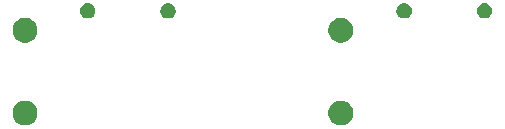
<source format=gbr>
G04 #@! TF.GenerationSoftware,KiCad,Pcbnew,(5.0.2)-1*
G04 #@! TF.CreationDate,2019-02-16T22:01:43+01:00*
G04 #@! TF.ProjectId,GBDSO,47424453-4f2e-46b6-9963-61645f706362,rev?*
G04 #@! TF.SameCoordinates,Original*
G04 #@! TF.FileFunction,Soldermask,Bot*
G04 #@! TF.FilePolarity,Negative*
%FSLAX46Y46*%
G04 Gerber Fmt 4.6, Leading zero omitted, Abs format (unit mm)*
G04 Created by KiCad (PCBNEW (5.0.2)-1) date 16/02/2019 22:01:43*
%MOMM*%
%LPD*%
G01*
G04 APERTURE LIST*
%ADD10C,0.100000*%
G04 APERTURE END LIST*
D10*
G36*
X113650888Y-100904470D02*
X113831274Y-100940350D01*
X114022362Y-101019502D01*
X114194336Y-101134411D01*
X114340589Y-101280664D01*
X114455498Y-101452638D01*
X114534650Y-101643726D01*
X114575000Y-101846584D01*
X114575000Y-102053416D01*
X114534650Y-102256274D01*
X114455498Y-102447362D01*
X114340589Y-102619336D01*
X114194336Y-102765589D01*
X114022362Y-102880498D01*
X113831274Y-102959650D01*
X113650888Y-102995530D01*
X113628417Y-103000000D01*
X113421583Y-103000000D01*
X113399112Y-102995530D01*
X113218726Y-102959650D01*
X113027638Y-102880498D01*
X112855664Y-102765589D01*
X112709411Y-102619336D01*
X112594502Y-102447362D01*
X112515350Y-102256274D01*
X112475000Y-102053416D01*
X112475000Y-101846584D01*
X112515350Y-101643726D01*
X112594502Y-101452638D01*
X112709411Y-101280664D01*
X112855664Y-101134411D01*
X113027638Y-101019502D01*
X113218726Y-100940350D01*
X113399112Y-100904470D01*
X113421583Y-100900000D01*
X113628417Y-100900000D01*
X113650888Y-100904470D01*
X113650888Y-100904470D01*
G37*
G36*
X86925888Y-100904470D02*
X87106274Y-100940350D01*
X87297362Y-101019502D01*
X87469336Y-101134411D01*
X87615589Y-101280664D01*
X87730498Y-101452638D01*
X87809650Y-101643726D01*
X87850000Y-101846584D01*
X87850000Y-102053416D01*
X87809650Y-102256274D01*
X87730498Y-102447362D01*
X87615589Y-102619336D01*
X87469336Y-102765589D01*
X87297362Y-102880498D01*
X87106274Y-102959650D01*
X86925888Y-102995530D01*
X86903417Y-103000000D01*
X86696583Y-103000000D01*
X86674112Y-102995530D01*
X86493726Y-102959650D01*
X86302638Y-102880498D01*
X86130664Y-102765589D01*
X85984411Y-102619336D01*
X85869502Y-102447362D01*
X85790350Y-102256274D01*
X85750000Y-102053416D01*
X85750000Y-101846584D01*
X85790350Y-101643726D01*
X85869502Y-101452638D01*
X85984411Y-101280664D01*
X86130664Y-101134411D01*
X86302638Y-101019502D01*
X86493726Y-100940350D01*
X86674112Y-100904470D01*
X86696583Y-100900000D01*
X86903417Y-100900000D01*
X86925888Y-100904470D01*
X86925888Y-100904470D01*
G37*
G36*
X113650888Y-93904470D02*
X113831274Y-93940350D01*
X114022362Y-94019502D01*
X114194336Y-94134411D01*
X114340589Y-94280664D01*
X114455498Y-94452638D01*
X114534650Y-94643726D01*
X114575000Y-94846584D01*
X114575000Y-95053416D01*
X114534650Y-95256274D01*
X114455498Y-95447362D01*
X114340589Y-95619336D01*
X114194336Y-95765589D01*
X114022362Y-95880498D01*
X113831274Y-95959650D01*
X113650888Y-95995530D01*
X113628417Y-96000000D01*
X113421583Y-96000000D01*
X113399112Y-95995530D01*
X113218726Y-95959650D01*
X113027638Y-95880498D01*
X112855664Y-95765589D01*
X112709411Y-95619336D01*
X112594502Y-95447362D01*
X112515350Y-95256274D01*
X112475000Y-95053416D01*
X112475000Y-94846584D01*
X112515350Y-94643726D01*
X112594502Y-94452638D01*
X112709411Y-94280664D01*
X112855664Y-94134411D01*
X113027638Y-94019502D01*
X113218726Y-93940350D01*
X113399112Y-93904470D01*
X113421583Y-93900000D01*
X113628417Y-93900000D01*
X113650888Y-93904470D01*
X113650888Y-93904470D01*
G37*
G36*
X86925888Y-93904470D02*
X87106274Y-93940350D01*
X87297362Y-94019502D01*
X87469336Y-94134411D01*
X87615589Y-94280664D01*
X87730498Y-94452638D01*
X87809650Y-94643726D01*
X87850000Y-94846584D01*
X87850000Y-95053416D01*
X87809650Y-95256274D01*
X87730498Y-95447362D01*
X87615589Y-95619336D01*
X87469336Y-95765589D01*
X87297362Y-95880498D01*
X87106274Y-95959650D01*
X86925888Y-95995530D01*
X86903417Y-96000000D01*
X86696583Y-96000000D01*
X86674112Y-95995530D01*
X86493726Y-95959650D01*
X86302638Y-95880498D01*
X86130664Y-95765589D01*
X85984411Y-95619336D01*
X85869502Y-95447362D01*
X85790350Y-95256274D01*
X85750000Y-95053416D01*
X85750000Y-94846584D01*
X85790350Y-94643726D01*
X85869502Y-94452638D01*
X85984411Y-94280664D01*
X86130664Y-94134411D01*
X86302638Y-94019502D01*
X86493726Y-93940350D01*
X86674112Y-93904470D01*
X86696583Y-93900000D01*
X86903417Y-93900000D01*
X86925888Y-93904470D01*
X86925888Y-93904470D01*
G37*
G36*
X125847738Y-92666653D02*
X125889598Y-92674979D01*
X125924245Y-92689330D01*
X126007890Y-92723977D01*
X126114354Y-92795114D01*
X126204886Y-92885646D01*
X126276023Y-92992110D01*
X126325021Y-93110403D01*
X126350000Y-93235979D01*
X126350000Y-93364021D01*
X126325021Y-93489597D01*
X126276023Y-93607890D01*
X126204886Y-93714354D01*
X126114354Y-93804886D01*
X126007890Y-93876023D01*
X125924245Y-93910670D01*
X125889598Y-93925021D01*
X125847738Y-93933347D01*
X125764021Y-93950000D01*
X125635979Y-93950000D01*
X125552262Y-93933347D01*
X125510402Y-93925021D01*
X125475755Y-93910670D01*
X125392110Y-93876023D01*
X125285646Y-93804886D01*
X125195114Y-93714354D01*
X125123977Y-93607890D01*
X125074979Y-93489597D01*
X125050000Y-93364021D01*
X125050000Y-93235979D01*
X125074979Y-93110403D01*
X125123977Y-92992110D01*
X125195114Y-92885646D01*
X125285646Y-92795114D01*
X125392110Y-92723977D01*
X125475755Y-92689330D01*
X125510402Y-92674979D01*
X125552262Y-92666653D01*
X125635979Y-92650000D01*
X125764021Y-92650000D01*
X125847738Y-92666653D01*
X125847738Y-92666653D01*
G37*
G36*
X119047738Y-92666653D02*
X119089598Y-92674979D01*
X119124245Y-92689330D01*
X119207890Y-92723977D01*
X119314354Y-92795114D01*
X119404886Y-92885646D01*
X119476023Y-92992110D01*
X119525021Y-93110403D01*
X119550000Y-93235979D01*
X119550000Y-93364021D01*
X119525021Y-93489597D01*
X119476023Y-93607890D01*
X119404886Y-93714354D01*
X119314354Y-93804886D01*
X119207890Y-93876023D01*
X119124245Y-93910670D01*
X119089598Y-93925021D01*
X119047738Y-93933347D01*
X118964021Y-93950000D01*
X118835979Y-93950000D01*
X118752262Y-93933347D01*
X118710402Y-93925021D01*
X118675755Y-93910670D01*
X118592110Y-93876023D01*
X118485646Y-93804886D01*
X118395114Y-93714354D01*
X118323977Y-93607890D01*
X118274979Y-93489597D01*
X118250000Y-93364021D01*
X118250000Y-93235979D01*
X118274979Y-93110403D01*
X118323977Y-92992110D01*
X118395114Y-92885646D01*
X118485646Y-92795114D01*
X118592110Y-92723977D01*
X118675755Y-92689330D01*
X118710402Y-92674979D01*
X118752262Y-92666653D01*
X118835979Y-92650000D01*
X118964021Y-92650000D01*
X119047738Y-92666653D01*
X119047738Y-92666653D01*
G37*
G36*
X99047738Y-92666653D02*
X99089598Y-92674979D01*
X99124245Y-92689330D01*
X99207890Y-92723977D01*
X99314354Y-92795114D01*
X99404886Y-92885646D01*
X99476023Y-92992110D01*
X99525021Y-93110403D01*
X99550000Y-93235979D01*
X99550000Y-93364021D01*
X99525021Y-93489597D01*
X99476023Y-93607890D01*
X99404886Y-93714354D01*
X99314354Y-93804886D01*
X99207890Y-93876023D01*
X99124245Y-93910670D01*
X99089598Y-93925021D01*
X99047738Y-93933347D01*
X98964021Y-93950000D01*
X98835979Y-93950000D01*
X98752262Y-93933347D01*
X98710402Y-93925021D01*
X98675755Y-93910670D01*
X98592110Y-93876023D01*
X98485646Y-93804886D01*
X98395114Y-93714354D01*
X98323977Y-93607890D01*
X98274979Y-93489597D01*
X98250000Y-93364021D01*
X98250000Y-93235979D01*
X98274979Y-93110403D01*
X98323977Y-92992110D01*
X98395114Y-92885646D01*
X98485646Y-92795114D01*
X98592110Y-92723977D01*
X98675755Y-92689330D01*
X98710402Y-92674979D01*
X98752262Y-92666653D01*
X98835979Y-92650000D01*
X98964021Y-92650000D01*
X99047738Y-92666653D01*
X99047738Y-92666653D01*
G37*
G36*
X92247738Y-92666653D02*
X92289598Y-92674979D01*
X92324245Y-92689330D01*
X92407890Y-92723977D01*
X92514354Y-92795114D01*
X92604886Y-92885646D01*
X92676023Y-92992110D01*
X92725021Y-93110403D01*
X92750000Y-93235979D01*
X92750000Y-93364021D01*
X92725021Y-93489597D01*
X92676023Y-93607890D01*
X92604886Y-93714354D01*
X92514354Y-93804886D01*
X92407890Y-93876023D01*
X92324245Y-93910670D01*
X92289598Y-93925021D01*
X92247738Y-93933347D01*
X92164021Y-93950000D01*
X92035979Y-93950000D01*
X91952262Y-93933347D01*
X91910402Y-93925021D01*
X91875755Y-93910670D01*
X91792110Y-93876023D01*
X91685646Y-93804886D01*
X91595114Y-93714354D01*
X91523977Y-93607890D01*
X91474979Y-93489597D01*
X91450000Y-93364021D01*
X91450000Y-93235979D01*
X91474979Y-93110403D01*
X91523977Y-92992110D01*
X91595114Y-92885646D01*
X91685646Y-92795114D01*
X91792110Y-92723977D01*
X91875755Y-92689330D01*
X91910402Y-92674979D01*
X91952262Y-92666653D01*
X92035979Y-92650000D01*
X92164021Y-92650000D01*
X92247738Y-92666653D01*
X92247738Y-92666653D01*
G37*
M02*

</source>
